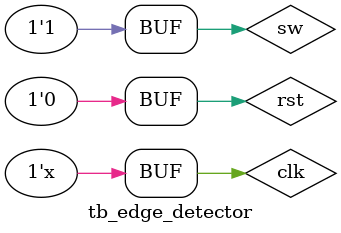
<source format=v>

module tb_edge_detector (   
   /*no hay salidas ni entradas*/   
  );

//los testbench son autocontenidos. Tengo que crear un clock y un reset propios.

  reg clk, rst,sw; 
  wire enable;
  
  initial begin

    clk = 1'b0;
    rst = 1'b1;
    sw = 1'b0;
   	#40 
    //repeat(10) #40 rst  = ~rst ;    //1ns es una ud de tiempo para el Isim. 
    rst = 1'b0;
    #40 
    sw = 1'b1;
    #40
    sw = 1'b0;
    #40
    sw = 1'b1;
    #40
    sw = 1'b0;
    #40
    sw = 1'b1;

    
  end
always #10 clk = ~clk; // generate a clocK


  //Instancio el modulo a probar y hago las conexiones
  edge_detector DUT (

  	.clk(clk),
  	.i_rst(rst),
  	.i_sw(sw),
  	.o_enable(enable)
   
  );

 endmodule
</source>
